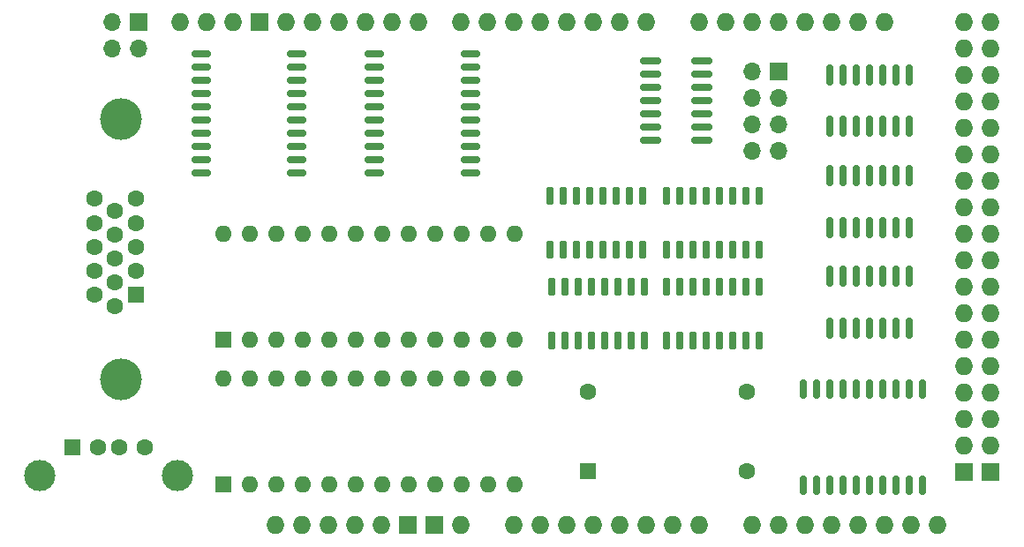
<source format=gbr>
%TF.GenerationSoftware,KiCad,Pcbnew,8.0.4+dfsg-1*%
%TF.CreationDate,2024-11-13T23:12:42-05:00*%
%TF.ProjectId,VGA_SRAM_Shield,5647415f-5352-4414-9d5f-536869656c64,rev?*%
%TF.SameCoordinates,Original*%
%TF.FileFunction,Soldermask,Top*%
%TF.FilePolarity,Negative*%
%FSLAX46Y46*%
G04 Gerber Fmt 4.6, Leading zero omitted, Abs format (unit mm)*
G04 Created by KiCad (PCBNEW 8.0.4+dfsg-1) date 2024-11-13 23:12:42*
%MOMM*%
%LPD*%
G01*
G04 APERTURE LIST*
G04 Aperture macros list*
%AMRoundRect*
0 Rectangle with rounded corners*
0 $1 Rounding radius*
0 $2 $3 $4 $5 $6 $7 $8 $9 X,Y pos of 4 corners*
0 Add a 4 corners polygon primitive as box body*
4,1,4,$2,$3,$4,$5,$6,$7,$8,$9,$2,$3,0*
0 Add four circle primitives for the rounded corners*
1,1,$1+$1,$2,$3*
1,1,$1+$1,$4,$5*
1,1,$1+$1,$6,$7*
1,1,$1+$1,$8,$9*
0 Add four rect primitives between the rounded corners*
20,1,$1+$1,$2,$3,$4,$5,0*
20,1,$1+$1,$4,$5,$6,$7,0*
20,1,$1+$1,$6,$7,$8,$9,0*
20,1,$1+$1,$8,$9,$2,$3,0*%
G04 Aperture macros list end*
%ADD10RoundRect,0.150000X0.150000X-0.725000X0.150000X0.725000X-0.150000X0.725000X-0.150000X-0.725000X0*%
%ADD11R,1.700000X1.700000*%
%ADD12O,1.700000X1.700000*%
%ADD13R,1.600000X1.500000*%
%ADD14C,1.600000*%
%ADD15C,3.000000*%
%ADD16C,4.000000*%
%ADD17R,1.600000X1.600000*%
%ADD18O,1.600000X1.600000*%
%ADD19O,1.727200X1.727200*%
%ADD20R,1.727200X1.727200*%
%ADD21RoundRect,0.150000X0.150000X-0.800000X0.150000X0.800000X-0.150000X0.800000X-0.150000X-0.800000X0*%
%ADD22RoundRect,0.150000X-0.825000X-0.150000X0.825000X-0.150000X0.825000X0.150000X-0.825000X0.150000X0*%
%ADD23RoundRect,0.150000X0.150000X-0.825000X0.150000X0.825000X-0.150000X0.825000X-0.150000X-0.825000X0*%
%ADD24RoundRect,0.150000X-0.800000X-0.150000X0.800000X-0.150000X0.800000X0.150000X-0.800000X0.150000X0*%
G04 APERTURE END LIST*
D10*
%TO.C,U7*%
X92370000Y-164140000D03*
X93640000Y-164140000D03*
X94910000Y-164140000D03*
X96180000Y-164140000D03*
X97450000Y-164140000D03*
X98720000Y-164140000D03*
X99990000Y-164140000D03*
X101260000Y-164140000D03*
X101260000Y-158990000D03*
X99990000Y-158990000D03*
X98720000Y-158990000D03*
X97450000Y-158990000D03*
X96180000Y-158990000D03*
X94910000Y-158990000D03*
X93640000Y-158990000D03*
X92370000Y-158990000D03*
%TD*%
D11*
%TO.C,J2*%
X41700000Y-133625000D03*
D12*
X39160000Y-133625000D03*
X41700000Y-136165000D03*
X39160000Y-136165000D03*
%TD*%
D13*
%TO.C,J5*%
X35355000Y-174390000D03*
D14*
X37855000Y-174390000D03*
X39855000Y-174390000D03*
X42355000Y-174390000D03*
D15*
X32285000Y-177100000D03*
X45425000Y-177100000D03*
%TD*%
D10*
%TO.C,U10*%
X92354400Y-155467200D03*
X93624400Y-155467200D03*
X94894400Y-155467200D03*
X96164400Y-155467200D03*
X97434400Y-155467200D03*
X98704400Y-155467200D03*
X99974400Y-155467200D03*
X101244400Y-155467200D03*
X101244400Y-150317200D03*
X99974400Y-150317200D03*
X98704400Y-150317200D03*
X97434400Y-150317200D03*
X96164400Y-150317200D03*
X94894400Y-150317200D03*
X93624400Y-150317200D03*
X92354400Y-150317200D03*
%TD*%
D16*
%TO.C,J3*%
X40040000Y-142920000D03*
X40040000Y-167920000D03*
D17*
X41460000Y-159735000D03*
D14*
X41460000Y-157445000D03*
X41460000Y-155155000D03*
X41460000Y-152865000D03*
X41460000Y-150575000D03*
X39480000Y-160880000D03*
X39480000Y-158590000D03*
X39480000Y-156300000D03*
X39480000Y-154010000D03*
X39480000Y-151720000D03*
X37500000Y-159735000D03*
X37500000Y-157445000D03*
X37500000Y-155155000D03*
X37500000Y-152865000D03*
X37500000Y-150575000D03*
%TD*%
D17*
%TO.C,X1*%
X84836000Y-176657000D03*
D14*
X100076000Y-176657000D03*
X100076000Y-169037000D03*
X84836000Y-169037000D03*
%TD*%
D17*
%TO.C,U8*%
X49885600Y-164109400D03*
D18*
X52425600Y-164109400D03*
X54965600Y-164109400D03*
X57505600Y-164109400D03*
X60045600Y-164109400D03*
X62585600Y-164109400D03*
X65125600Y-164109400D03*
X67665600Y-164109400D03*
X70205600Y-164109400D03*
X72745600Y-164109400D03*
X75285600Y-164109400D03*
X77825600Y-164109400D03*
X77825600Y-153949400D03*
X75285600Y-153949400D03*
X72745600Y-153949400D03*
X70205600Y-153949400D03*
X67665600Y-153949400D03*
X65125600Y-153949400D03*
X62585600Y-153949400D03*
X60045600Y-153949400D03*
X57505600Y-153949400D03*
X54965600Y-153949400D03*
X52425600Y-153949400D03*
X49885600Y-153949400D03*
%TD*%
D19*
%TO.C,A1*%
X54864000Y-181864000D03*
X62484000Y-181864000D03*
X65024000Y-181864000D03*
X120904000Y-133604000D03*
X123444000Y-133604000D03*
X77724000Y-181864000D03*
X80264000Y-181864000D03*
X82804000Y-181864000D03*
X85344000Y-181864000D03*
X87884000Y-181864000D03*
X90424000Y-181864000D03*
X92964000Y-181864000D03*
X95504000Y-181864000D03*
X100584000Y-181864000D03*
X103124000Y-181864000D03*
X105664000Y-181864000D03*
X108204000Y-181864000D03*
X50800000Y-133604000D03*
X115824000Y-181864000D03*
X118364000Y-181864000D03*
X90424000Y-133604000D03*
X87884000Y-133604000D03*
X85344000Y-133604000D03*
X82804000Y-133604000D03*
X80264000Y-133604000D03*
X77724000Y-133604000D03*
X75184000Y-133604000D03*
X72644000Y-133604000D03*
X68580000Y-133604000D03*
X66040000Y-133604000D03*
X63500000Y-133604000D03*
X60960000Y-133604000D03*
X58420000Y-133604000D03*
X55880000Y-133604000D03*
X95504000Y-133604000D03*
X98044000Y-133604000D03*
X100584000Y-133604000D03*
X103124000Y-133604000D03*
X105664000Y-133604000D03*
X108204000Y-133604000D03*
X110744000Y-133604000D03*
X113284000Y-133604000D03*
X120904000Y-136144000D03*
X123444000Y-136144000D03*
X120904000Y-138684000D03*
X123444000Y-138684000D03*
X120904000Y-141224000D03*
X123444000Y-141224000D03*
X120904000Y-143764000D03*
X123444000Y-143764000D03*
X120904000Y-146304000D03*
X123444000Y-146304000D03*
X120904000Y-148844000D03*
X123444000Y-148844000D03*
X120904000Y-151384000D03*
X123444000Y-151384000D03*
X120904000Y-153924000D03*
X123444000Y-153924000D03*
X120904000Y-156464000D03*
X123444000Y-156464000D03*
X120904000Y-159004000D03*
X123444000Y-159004000D03*
X120904000Y-161544000D03*
X123444000Y-161544000D03*
X120904000Y-164084000D03*
X123444000Y-164084000D03*
X120904000Y-166624000D03*
X123444000Y-166624000D03*
X120904000Y-169164000D03*
X123444000Y-169164000D03*
X120904000Y-171704000D03*
X123444000Y-171704000D03*
X120904000Y-174244000D03*
X123444000Y-174244000D03*
X110744000Y-181864000D03*
X113284000Y-181864000D03*
D20*
X53340000Y-133604000D03*
X67564000Y-181864000D03*
X70104000Y-181864000D03*
X120904000Y-176784000D03*
X123444000Y-176784000D03*
D19*
X57404000Y-181864000D03*
X59944000Y-181864000D03*
X45720000Y-133604000D03*
X48260000Y-133604000D03*
X72644000Y-181864000D03*
%TD*%
D21*
%TO.C,U2*%
X105460800Y-178054000D03*
X106730800Y-178054000D03*
X108000800Y-178054000D03*
X109270800Y-178054000D03*
X110540800Y-178054000D03*
X111810800Y-178054000D03*
X113080800Y-178054000D03*
X114350800Y-178054000D03*
X115620800Y-178054000D03*
X116890800Y-178054000D03*
X116890800Y-168854000D03*
X115620800Y-168854000D03*
X114350800Y-168854000D03*
X113080800Y-168854000D03*
X111810800Y-168854000D03*
X110540800Y-168854000D03*
X109270800Y-168854000D03*
X108000800Y-168854000D03*
X106730800Y-168854000D03*
X105460800Y-168854000D03*
%TD*%
D22*
%TO.C,U19*%
X90833400Y-137287000D03*
X90833400Y-138557000D03*
X90833400Y-139827000D03*
X90833400Y-141097000D03*
X90833400Y-142367000D03*
X90833400Y-143637000D03*
X90833400Y-144907000D03*
X95783400Y-144907000D03*
X95783400Y-143637000D03*
X95783400Y-142367000D03*
X95783400Y-141097000D03*
X95783400Y-139827000D03*
X95783400Y-138557000D03*
X95783400Y-137287000D03*
%TD*%
D10*
%TO.C,U5*%
X81229200Y-155441800D03*
X82499200Y-155441800D03*
X83769200Y-155441800D03*
X85039200Y-155441800D03*
X86309200Y-155441800D03*
X87579200Y-155441800D03*
X88849200Y-155441800D03*
X90119200Y-155441800D03*
X90119200Y-150291800D03*
X88849200Y-150291800D03*
X87579200Y-150291800D03*
X86309200Y-150291800D03*
X85039200Y-150291800D03*
X83769200Y-150291800D03*
X82499200Y-150291800D03*
X81229200Y-150291800D03*
%TD*%
D23*
%TO.C,U16*%
X108051600Y-153289000D03*
X109321600Y-153289000D03*
X110591600Y-153289000D03*
X111861600Y-153289000D03*
X113131600Y-153289000D03*
X114401600Y-153289000D03*
X115671600Y-153289000D03*
X115671600Y-148339000D03*
X114401600Y-148339000D03*
X113131600Y-148339000D03*
X111861600Y-148339000D03*
X110591600Y-148339000D03*
X109321600Y-148339000D03*
X108051600Y-148339000D03*
%TD*%
%TO.C,U15*%
X108051600Y-162966400D03*
X109321600Y-162966400D03*
X110591600Y-162966400D03*
X111861600Y-162966400D03*
X113131600Y-162966400D03*
X114401600Y-162966400D03*
X115671600Y-162966400D03*
X115671600Y-158016400D03*
X114401600Y-158016400D03*
X113131600Y-158016400D03*
X111861600Y-158016400D03*
X110591600Y-158016400D03*
X109321600Y-158016400D03*
X108051600Y-158016400D03*
%TD*%
D11*
%TO.C,J1*%
X103124000Y-138328400D03*
D12*
X100584000Y-138328400D03*
X103124000Y-140868400D03*
X100584000Y-140868400D03*
X103124000Y-143408400D03*
X100584000Y-143408400D03*
X103124000Y-145948400D03*
X100584000Y-145948400D03*
%TD*%
D10*
%TO.C,U6*%
X81330800Y-164128600D03*
X82600800Y-164128600D03*
X83870800Y-164128600D03*
X85140800Y-164128600D03*
X86410800Y-164128600D03*
X87680800Y-164128600D03*
X88950800Y-164128600D03*
X90220800Y-164128600D03*
X90220800Y-158978600D03*
X88950800Y-158978600D03*
X87680800Y-158978600D03*
X86410800Y-158978600D03*
X85140800Y-158978600D03*
X83870800Y-158978600D03*
X82600800Y-158978600D03*
X81330800Y-158978600D03*
%TD*%
D17*
%TO.C,U9*%
X49885600Y-177927000D03*
D18*
X52425600Y-177927000D03*
X54965600Y-177927000D03*
X57505600Y-177927000D03*
X60045600Y-177927000D03*
X62585600Y-177927000D03*
X65125600Y-177927000D03*
X67665600Y-177927000D03*
X70205600Y-177927000D03*
X72745600Y-177927000D03*
X75285600Y-177927000D03*
X77825600Y-177927000D03*
X77825600Y-167767000D03*
X75285600Y-167767000D03*
X72745600Y-167767000D03*
X70205600Y-167767000D03*
X67665600Y-167767000D03*
X65125600Y-167767000D03*
X62585600Y-167767000D03*
X60045600Y-167767000D03*
X57505600Y-167767000D03*
X54965600Y-167767000D03*
X52425600Y-167767000D03*
X49885600Y-167767000D03*
%TD*%
D24*
%TO.C,U18*%
X64333000Y-136615400D03*
X64333000Y-137885400D03*
X64333000Y-139155400D03*
X64333000Y-140425400D03*
X64333000Y-141695400D03*
X64333000Y-142965400D03*
X64333000Y-144235400D03*
X64333000Y-145505400D03*
X64333000Y-146775400D03*
X64333000Y-148045400D03*
X73533000Y-148045400D03*
X73533000Y-146775400D03*
X73533000Y-145505400D03*
X73533000Y-144235400D03*
X73533000Y-142965400D03*
X73533000Y-141695400D03*
X73533000Y-140425400D03*
X73533000Y-139155400D03*
X73533000Y-137885400D03*
X73533000Y-136615400D03*
%TD*%
D23*
%TO.C,U17*%
X108051600Y-143611600D03*
X109321600Y-143611600D03*
X110591600Y-143611600D03*
X111861600Y-143611600D03*
X113131600Y-143611600D03*
X114401600Y-143611600D03*
X115671600Y-143611600D03*
X115671600Y-138661600D03*
X114401600Y-138661600D03*
X113131600Y-138661600D03*
X111861600Y-138661600D03*
X110591600Y-138661600D03*
X109321600Y-138661600D03*
X108051600Y-138661600D03*
%TD*%
D24*
%TO.C,U20*%
X47724000Y-136615400D03*
X47724000Y-137885400D03*
X47724000Y-139155400D03*
X47724000Y-140425400D03*
X47724000Y-141695400D03*
X47724000Y-142965400D03*
X47724000Y-144235400D03*
X47724000Y-145505400D03*
X47724000Y-146775400D03*
X47724000Y-148045400D03*
X56924000Y-148045400D03*
X56924000Y-146775400D03*
X56924000Y-145505400D03*
X56924000Y-144235400D03*
X56924000Y-142965400D03*
X56924000Y-141695400D03*
X56924000Y-140425400D03*
X56924000Y-139155400D03*
X56924000Y-137885400D03*
X56924000Y-136615400D03*
%TD*%
M02*

</source>
